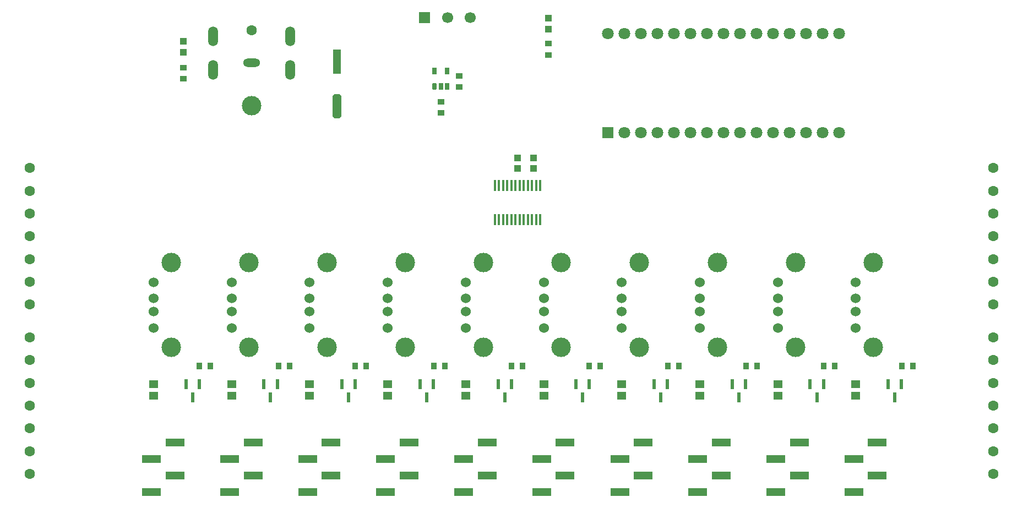
<source format=gbr>
%TF.GenerationSoftware,Altium Limited,Altium NEXUS,2.1.5 (53)*%
G04 Layer_Color=255*
%FSLAX44Y44*%
%MOMM*%
%TF.FileFunction,Pads,Top*%
%TF.Part,Single*%
G01*
G75*
%TA.AperFunction,SMDPad,CuDef*%
%ADD10R,1.4000X1.2000*%
%ADD11R,2.9600X1.2700*%
%ADD12R,1.0000X0.9000*%
%ADD13R,0.9000X1.0000*%
G04:AMPARAMS|DCode=14|XSize=0.65mm|YSize=1.1mm|CornerRadius=0mm|HoleSize=0mm|Usage=FLASHONLY|Rotation=180.000|XOffset=0mm|YOffset=0mm|HoleType=Round|Shape=Octagon|*
%AMOCTAGOND14*
4,1,8,0.1625,-0.5500,-0.1625,-0.5500,-0.3250,-0.3875,-0.3250,0.3875,-0.1625,0.5500,0.1625,0.5500,0.3250,0.3875,0.3250,-0.3875,0.1625,-0.5500,0.0*
%
%ADD14OCTAGOND14*%

%ADD15R,0.6500X1.1000*%
%ADD16R,0.6100X1.6100*%
G04:AMPARAMS|DCode=17|XSize=3.8mm|YSize=1.3mm|CornerRadius=0mm|HoleSize=0mm|Usage=FLASHONLY|Rotation=90.000|XOffset=0mm|YOffset=0mm|HoleType=Round|Shape=Octagon|*
%AMOCTAGOND17*
4,1,8,0.3250,1.9000,-0.3250,1.9000,-0.6500,1.5750,-0.6500,-1.5750,-0.3250,-1.9000,0.3250,-1.9000,0.6500,-1.5750,0.6500,1.5750,0.3250,1.9000,0.0*
%
%ADD17OCTAGOND17*%

%ADD18R,1.3000X3.8000*%
G04:AMPARAMS|DCode=19|XSize=1.64mm|YSize=0.41mm|CornerRadius=0.0513mm|HoleSize=0mm|Usage=FLASHONLY|Rotation=90.000|XOffset=0mm|YOffset=0mm|HoleType=Round|Shape=RoundedRectangle|*
%AMROUNDEDRECTD19*
21,1,1.6400,0.3075,0,0,90.0*
21,1,1.5375,0.4100,0,0,90.0*
1,1,0.1025,0.1538,0.7688*
1,1,0.1025,0.1538,-0.7688*
1,1,0.1025,-0.1538,-0.7688*
1,1,0.1025,-0.1538,0.7688*
%
%ADD19ROUNDEDRECTD19*%
%ADD20R,1.0000X1.0000*%
%ADD21R,1.0000X1.1000*%
%TA.AperFunction,ComponentPad*%
%ADD27C,1.5240*%
%ADD28C,3.0000*%
%ADD29C,1.7000*%
%ADD30R,1.7000X1.7000*%
%ADD31O,2.6160X1.3080*%
%ADD32O,1.5080X3.0160*%
%ADD33C,1.6000*%
%ADD34C,1.8000*%
%ADD35R,1.8000X1.8000*%
D10*
X230000Y609600D02*
D03*
Y627600D02*
D03*
X350000Y609600D02*
D03*
Y627600D02*
D03*
X470000Y609600D02*
D03*
Y627600D02*
D03*
X590000Y609600D02*
D03*
Y627600D02*
D03*
X710000Y609600D02*
D03*
Y627600D02*
D03*
X830000Y609600D02*
D03*
Y627600D02*
D03*
X950000Y609600D02*
D03*
Y627600D02*
D03*
X1070000Y609600D02*
D03*
Y627600D02*
D03*
X1190000Y609600D02*
D03*
Y627600D02*
D03*
X1310000Y609600D02*
D03*
Y627600D02*
D03*
D11*
X623000Y538100D02*
D03*
X587000Y512700D02*
D03*
X623000Y487300D02*
D03*
X587000Y461900D02*
D03*
X263000Y538100D02*
D03*
X227000Y512700D02*
D03*
X263000Y487300D02*
D03*
X227000Y461900D02*
D03*
X383000Y538100D02*
D03*
X347000Y512700D02*
D03*
X383000Y487300D02*
D03*
X347000Y461900D02*
D03*
X503000Y538100D02*
D03*
X467000Y512700D02*
D03*
X503000Y487300D02*
D03*
X467000Y461900D02*
D03*
X743000Y538100D02*
D03*
X707000Y512700D02*
D03*
X743000Y487300D02*
D03*
X707000Y461900D02*
D03*
X863000Y538100D02*
D03*
X827000Y512700D02*
D03*
X863000Y487300D02*
D03*
X827000Y461900D02*
D03*
X983000Y538100D02*
D03*
X947000Y512700D02*
D03*
X983000Y487300D02*
D03*
X947000Y461900D02*
D03*
X1103000Y538100D02*
D03*
X1067000Y512700D02*
D03*
X1103000Y487300D02*
D03*
X1067000Y461900D02*
D03*
X1223000Y538100D02*
D03*
X1187000Y512700D02*
D03*
X1223000Y487300D02*
D03*
X1187000Y461900D02*
D03*
X1343000Y538100D02*
D03*
X1307000Y512700D02*
D03*
X1343000Y487300D02*
D03*
X1307000Y461900D02*
D03*
D12*
X699770Y1084970D02*
D03*
Y1101970D02*
D03*
X671830Y1061720D02*
D03*
Y1044720D02*
D03*
X836930Y1151110D02*
D03*
Y1134110D02*
D03*
X275590Y1114280D02*
D03*
Y1097280D02*
D03*
D13*
X677790Y655000D02*
D03*
X660790D02*
D03*
X916550D02*
D03*
X899550D02*
D03*
X1157850D02*
D03*
X1140850D02*
D03*
X1397880D02*
D03*
X1380880D02*
D03*
X439030D02*
D03*
X422030D02*
D03*
X557140D02*
D03*
X540140D02*
D03*
X797170D02*
D03*
X780170D02*
D03*
X1038080D02*
D03*
X1021080D02*
D03*
X1277230D02*
D03*
X1260230D02*
D03*
X317110D02*
D03*
X300110D02*
D03*
D14*
X662330Y1085280D02*
D03*
D15*
X671830D02*
D03*
X681330D02*
D03*
Y1109280D02*
D03*
X662330D02*
D03*
D16*
X1380250Y627170D02*
D03*
X1359750D02*
D03*
X1370000Y607270D02*
D03*
X1260250Y627170D02*
D03*
X1239750D02*
D03*
X1250000Y607270D02*
D03*
X1140250Y627170D02*
D03*
X1119750D02*
D03*
X1130000Y607270D02*
D03*
X1020250Y627170D02*
D03*
X999750D02*
D03*
X1010000Y607270D02*
D03*
X900250Y627170D02*
D03*
X879750D02*
D03*
X890000Y607270D02*
D03*
X780250Y627170D02*
D03*
X759750D02*
D03*
X770000Y607270D02*
D03*
X660250Y627170D02*
D03*
X639750D02*
D03*
X650000Y607270D02*
D03*
X540250Y627170D02*
D03*
X519750D02*
D03*
X530000Y607270D02*
D03*
X420250Y627170D02*
D03*
X399750D02*
D03*
X410000Y607270D02*
D03*
X300250Y627170D02*
D03*
X279750D02*
D03*
X290000Y607270D02*
D03*
D17*
X511810Y1055370D02*
D03*
D18*
Y1123370D02*
D03*
D19*
X755015Y933130D02*
D03*
X761365D02*
D03*
X767715D02*
D03*
X774065D02*
D03*
X780415D02*
D03*
X786765D02*
D03*
X793115D02*
D03*
X799465D02*
D03*
X805815D02*
D03*
X812165D02*
D03*
X818515D02*
D03*
X824865D02*
D03*
Y880430D02*
D03*
X818515D02*
D03*
X812165D02*
D03*
X805815D02*
D03*
X799465D02*
D03*
X793115D02*
D03*
X786765D02*
D03*
X780415D02*
D03*
X774065D02*
D03*
X767715D02*
D03*
X761365D02*
D03*
X755015D02*
D03*
D20*
X789940Y959740D02*
D03*
Y975740D02*
D03*
X814070Y975740D02*
D03*
Y959740D02*
D03*
D21*
X836930Y1173480D02*
D03*
Y1190480D02*
D03*
X275590Y1137920D02*
D03*
Y1154920D02*
D03*
D27*
X1310000Y739140D02*
D03*
Y759140D02*
D03*
Y714140D02*
D03*
Y784140D02*
D03*
X1190000Y739140D02*
D03*
Y759140D02*
D03*
Y714140D02*
D03*
Y784140D02*
D03*
X1070000Y739140D02*
D03*
Y759140D02*
D03*
Y714140D02*
D03*
Y784140D02*
D03*
X950000Y739140D02*
D03*
Y759140D02*
D03*
Y714140D02*
D03*
Y784140D02*
D03*
X830000Y739140D02*
D03*
Y759140D02*
D03*
Y714140D02*
D03*
Y784140D02*
D03*
X710000Y739140D02*
D03*
Y759140D02*
D03*
Y714140D02*
D03*
Y784140D02*
D03*
X590000Y739140D02*
D03*
Y759140D02*
D03*
Y714140D02*
D03*
Y784140D02*
D03*
X470000Y739140D02*
D03*
Y759140D02*
D03*
Y714140D02*
D03*
Y784140D02*
D03*
X350000Y739140D02*
D03*
Y759140D02*
D03*
Y714140D02*
D03*
Y784140D02*
D03*
X230000Y739140D02*
D03*
Y759140D02*
D03*
Y714140D02*
D03*
Y784140D02*
D03*
D28*
X1337000Y684140D02*
D03*
Y814140D02*
D03*
X381000Y1055710D02*
D03*
X1217000Y684140D02*
D03*
Y814140D02*
D03*
X1097000Y684140D02*
D03*
Y814140D02*
D03*
X977000Y684140D02*
D03*
Y814140D02*
D03*
X857000Y684140D02*
D03*
Y814140D02*
D03*
X737000Y684140D02*
D03*
Y814140D02*
D03*
X617000Y684140D02*
D03*
Y814140D02*
D03*
X497000Y684140D02*
D03*
Y814140D02*
D03*
X377000Y684140D02*
D03*
Y814140D02*
D03*
X257000Y684140D02*
D03*
Y814140D02*
D03*
D29*
X716990Y1191260D02*
D03*
X681990D02*
D03*
D30*
X646990D02*
D03*
D31*
X381000Y1122210D02*
D03*
D32*
X440500Y1110710D02*
D03*
Y1162710D02*
D03*
X321500D02*
D03*
Y1110710D02*
D03*
D33*
X381000Y1172210D02*
D03*
X1521460Y489540D02*
D03*
Y699540D02*
D03*
Y524540D02*
D03*
Y664540D02*
D03*
Y559540D02*
D03*
Y629540D02*
D03*
Y594540D02*
D03*
X39370Y489540D02*
D03*
Y699540D02*
D03*
Y524540D02*
D03*
Y664540D02*
D03*
Y559540D02*
D03*
Y629540D02*
D03*
Y594540D02*
D03*
Y750040D02*
D03*
Y960040D02*
D03*
Y785040D02*
D03*
Y925040D02*
D03*
Y820040D02*
D03*
Y890040D02*
D03*
Y855040D02*
D03*
X1521460Y750040D02*
D03*
Y960040D02*
D03*
Y785040D02*
D03*
Y925040D02*
D03*
Y820040D02*
D03*
Y890040D02*
D03*
Y855040D02*
D03*
D34*
X928370Y1167130D02*
D03*
X953770D02*
D03*
X979170D02*
D03*
X1004570D02*
D03*
X1029970D02*
D03*
X1055370D02*
D03*
X1080770D02*
D03*
X1106170D02*
D03*
X1131570D02*
D03*
X1156970D02*
D03*
X1182370D02*
D03*
X1207770D02*
D03*
X1233170D02*
D03*
X1258570D02*
D03*
X1283970D02*
D03*
Y1014730D02*
D03*
X1258570D02*
D03*
X1233170D02*
D03*
X1207770D02*
D03*
X1182370D02*
D03*
X1156970D02*
D03*
X1131570D02*
D03*
X1106170D02*
D03*
X1080770D02*
D03*
X1055370D02*
D03*
X1029970D02*
D03*
X1004570D02*
D03*
X979170D02*
D03*
X953770D02*
D03*
D35*
X928370D02*
D03*
%TF.MD5,de0ace37572deaed3f53a477bcd4c73a*%
M02*

</source>
